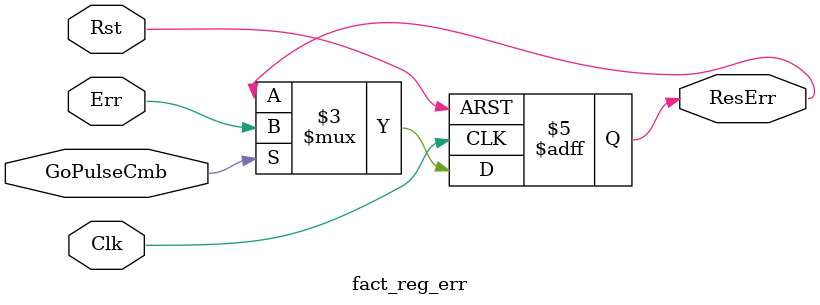
<source format=v>
module fact_reg #(parameter w = 32) 
(	
    input wire Clk, Rst, 
	input wire [w - 1 : 0] D, 
	input wire Load_Reg, 
	output reg[w - 1 : 0] Q
);
always@ (posedge Clk, posedge Rst) 
begin
	if (Rst) 			Q <= 0;
	else if(Load_Reg)	Q <= D;
    else 				Q <= Q;
end
endmodule


module fact_reg_done #(parameter w = 32) 
(	input wire Clk, Rst, 
	input wire Done, 
	input wire GoPulseCmb, 
	output reg ResDone
);
always@ (posedge Clk, posedge Rst) 
begin    
	if (Rst)       		ResDone <= 1'b0;
//	else       			ResDone <= (GoPulseCmb) & (Done | ResDone); 
    else if(GoPulseCmb) ResDone <= Done;
    else                ResDone <= ResDone;
end				

endmodule


module fact_reg_err #(parameter w = 32) 
(	input wire Clk, Rst, 
	input wire Err, 
	input wire GoPulseCmb, 
	output reg ResErr
);
always@ (posedge Clk, posedge Rst) 
begin 
	if (Rst)       		ResErr <= 1'b0;
	//else       	  		ResErr <= (~GoPulseCmb) & (Err | ResErr);
	else if(GoPulseCmb) ResErr <= Err;
    else                ResErr <= ResErr; 
end	

endmodule
</source>
